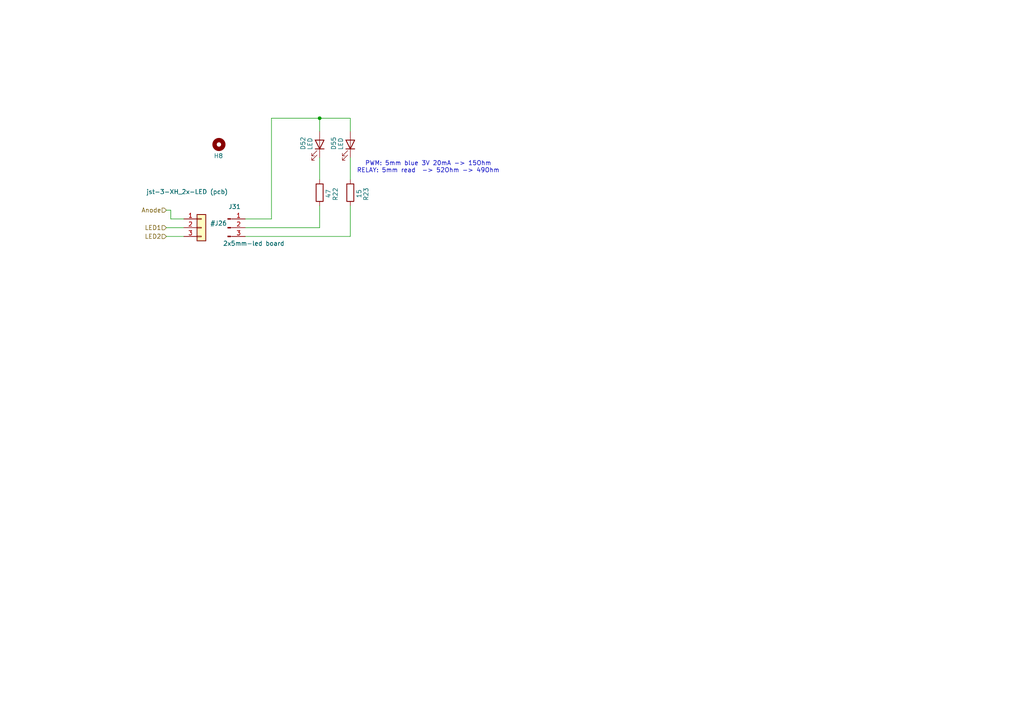
<source format=kicad_sch>
(kicad_sch (version 20231120) (generator "eeschema") (generator_version "8.0")
  (paper "A4")
  (lib_symbols
    (symbol "Connector:Conn_01x03_Pin" (pin_names (offset 1.016) hide)
      (property "Reference" "J" (at 0 5.08 0))
      (property "Value" "Conn_01x03_Pin" (at 0 -5.08 0))
      (symbol "Conn_01x03_Pin_1_1"
        (polyline (pts (xy 1.27 -2.54) (xy 0.8636 -2.54)) (stroke (width 0.1524)))
        (polyline (pts (xy 1.27 0) (xy 0.8636 0)) (stroke (width 0.1524)))
        (polyline (pts (xy 1.27 2.54) (xy 0.8636 2.54)) (stroke (width 0.1524)))
        (rectangle (start 0.8636 -2.413) (end 0 -2.667) (stroke (width 0.1524)) (fill (type outline)))
        (rectangle (start 0.8636 0.127) (end 0 -0.127) (stroke (width 0.1524)) (fill (type outline)))
        (rectangle (start 0.8636 2.667) (end 0 2.413) (stroke (width 0.1524)) (fill (type outline)))
        (pin passive line (at 5.08 2.54 180) (length 3.81) (name "Pin_1") (number "1"))
        (pin passive line (at 5.08 0 180) (length 3.81) (name "Pin_2") (number "2"))
        (pin passive line (at 5.08 -2.54 180) (length 3.81) (name "Pin_3") (number "3"))
      )
    )
    (symbol "Connector_Generic:Conn_01x03" (pin_names (offset 1.016) hide)
      (property "Reference" "J" (at 0 5.08 0))
      (property "Value" "Conn_01x03" (at 0 -5.08 0))
      (symbol "Conn_01x03_1_1"
        (rectangle (start -1.27 -2.413) (end 0 -2.667) (stroke (width 0.1524)))
        (rectangle (start -1.27 0.127) (end 0 -0.127) (stroke (width 0.1524)))
        (rectangle (start -1.27 2.667) (end 0 2.413) (stroke (width 0.1524)))
        (rectangle (start -1.27 3.81) (end 1.27 -3.81) (stroke (width 0.254)) (fill (type background)))
        (pin passive line (at -5.08 2.54 0) (length 3.81) (name "Pin_1") (number "1"))
        (pin passive line (at -5.08 0 0) (length 3.81) (name "Pin_2") (number "2"))
        (pin passive line (at -5.08 -2.54 0) (length 3.81) (name "Pin_3") (number "3"))
      )
    )
    (symbol "Device:LED" (pin_numbers hide) (pin_names (offset 1.016) hide)
      (property "Reference" "D" (at 0 2.54 0))
      (property "Value" "LED" (at 0 -2.54 0))
      (symbol "LED_0_1"
        (polyline (pts (xy -1.27 -1.27) (xy -1.27 1.27)) (stroke (width 0.254)))
        (polyline (pts (xy -1.27 0) (xy 1.27 0)))
        (polyline (pts (xy 1.27 -1.27) (xy 1.27 1.27) (xy -1.27 0) (xy 1.27 -1.27)) (stroke (width 0.254)))
        (polyline (pts (xy -3.048 -0.762) (xy -4.572 -2.286) (xy -3.81 -2.286) (xy -4.572 -2.286) (xy -4.572 -1.524)))
        (polyline (pts (xy -1.778 -0.762) (xy -3.302 -2.286) (xy -2.54 -2.286) (xy -3.302 -2.286) (xy -3.302 -1.524)))
      )
      (symbol "LED_1_1"
        (pin passive line (at -3.81 0 0) (length 2.54) (name "K") (number "1"))
        (pin passive line (at 3.81 0 180) (length 2.54) (name "A") (number "2"))
      )
    )
    (symbol "Device:R" (pin_numbers hide) (pin_names (offset 0))
      (property "Reference" "R" (at 2.032 0 90))
      (property "Value" "R" (at 0 0 90))
      (symbol "R_0_1"
        (rectangle (start -1.016 -2.54) (end 1.016 2.54) (stroke (width 0.254)))
      )
      (symbol "R_1_1"
        (pin passive line (at 0 3.81 270) (length 1.27) (name "~") (number "1"))
        (pin passive line (at 0 -3.81 90) (length 1.27) (name "~") (number "2"))
      )
    )
    (symbol "Mechanical:MountingHole" (pin_names (offset 1.016)) (exclude_from_sim yes) (in_bom no)
      (property "Reference" "H" (at 0 5.08 0))
      (property "Value" "MountingHole" (at 0 3.175 0))
      (symbol "MountingHole_0_1"
        (circle (center 0 0) (radius 1.27) (stroke (width 1.27)))
      )
    )
  )
  (junction (at 92.71 34.29))
  (wire (pts (xy 92.71 34.29) (xy 92.71 38.1)))
  (wire (pts (xy 48.26 60.96) (xy 49.53 60.96)))
  (wire (pts (xy 71.12 68.58) (xy 101.6 68.58)))
  (wire (pts (xy 71.12 66.04) (xy 92.71 66.04)))
  (wire (pts (xy 78.74 63.5) (xy 78.74 34.29)))
  (wire (pts (xy 101.6 45.72) (xy 101.6 52.07)))
  (wire (pts (xy 92.71 34.29) (xy 101.6 34.29)))
  (wire (pts (xy 49.53 60.96) (xy 49.53 63.5)))
  (wire (pts (xy 78.74 34.29) (xy 92.71 34.29)))
  (wire (pts (xy 101.6 34.29) (xy 101.6 38.1)))
  (wire (pts (xy 101.6 68.58) (xy 101.6 59.69)))
  (wire (pts (xy 71.12 63.5) (xy 78.74 63.5)))
  (wire (pts (xy 49.53 63.5) (xy 53.34 63.5)))
  (wire (pts (xy 92.71 66.04) (xy 92.71 59.69)))
  (wire (pts (xy 48.26 68.58) (xy 53.34 68.58)))
  (wire (pts (xy 92.71 45.72) (xy 92.71 52.07)))
  (wire (pts (xy 48.26 66.04) (xy 53.34 66.04)))
  (text "PWM: 5mm blue 3V 20mA -> 15Ohm\nRELAY: 5mm read  -> 52Ohm -> 49Ohm" (at 124.206 48.514 0) (effects (font (size 1.27 1.27))))
  (hierarchical_label "LED1" (shape input) (at 48.26 66.04 180))
  (hierarchical_label "LED2" (shape input) (at 48.26 68.58 180))
  (hierarchical_label "Anode" (shape input) (at 48.26 60.96 180))
  (symbol (lib_id "Device:LED") (at 92.71 41.91 270) (mirror x) (unit 1)
    (property "Reference" "D52" (at 87.884 39.624 0) (effects (justify right)))
    (property "Value" "LED" (at 89.916 39.878 0) (effects (justify right)))
    (property "Footprint" "LED_THT:LED_D5.0mm_IRGrey" (effects (hide yes)))
    (property "Datasheet" "https://www.conrad.de/de/p/quadrios-2111o156-led-bedrahtet-blau-rund-5-mm-1300-mcd-30-20-ma-3-v-2583897.html   https://www.conrad.de/de/p/vossloh-schwabe-wu-8-53hd-led-bedrahtet-rot-rund-5-mm-14-mcd-60-20-ma-2-25-v-184543.html" (effects (hide yes)))
    (property "Description" "Light emitting diode" (effects (hide yes)))
    (instances (project "pi-interface-board_v1.0" (path "" (reference "D52") (unit 1)) (path "" (reference "D34") (unit 1))))
  )
  (symbol (lib_id "Device:R") (at 92.71 55.88 0) (unit 1)
    (property "Reference" "R22" (at 97.282 54.356 90) (effects (justify right)))
    (property "Value" "47" (at 95.25 54.864 90) (effects (justify right)))
    (property "Footprint" "Resistor_THT:R_Axial_DIN0207_L6.3mm_D2.5mm_P10.16mm_Horizontal" (effects (hide yes)))
    (property "Datasheet" "sortiment" (effects (hide yes)))
    (property "Description" "Resistor" (effects (hide yes)))
    (instances (project "pi-interface-board_v1.0" (path "" (reference "R22") (unit 1)) (path "" (reference "R4") (unit 1))))
  )
  (symbol (lib_id "Connector:Conn_01x03_Pin") (at 66.04 66.04 0) (unit 1)
    (property "Reference" "J31" (at 69.85 59.944 0) (effects (justify right)))
    (property "Value" "2x5mm-led board" (at 82.55 70.612 0) (effects (justify right)))
    (property "Footprint" "Connector_PinHeader_2.54mm:PinHeader_1x03_P2.54mm_Vertical" (effects (hide yes)))
    (property "Description" "Generic connector, single row, 01x03, script generated" (effects (hide yes)))
    (instances (project "pi-interface-board_v1.0" (path "" (reference "J31") (unit 1)) (path "" (reference "J30") (unit 1))))
  )
  (symbol (lib_id "Connector_Generic:Conn_01x03") (at 58.42 66.04 0) (unit 1)
    (property "Reference" "#J26" (at 60.96 64.7699 0) (effects (justify left)))
    (property "Value" "jst-3-XH_2x-LED (pcb)" (at 42.418 55.626 0) (effects (justify left)))
    (property "Footprint" "Connector_JST:JST_XH_B3B-XH-A_1x03_P2.50mm_Vertical" (effects (hide yes)))
    (property "Datasheet" "https://www.ebay.de/itm/183466543983" (effects (hide yes)))
    (property "Description" "Generic connector, single row, 01x03, script generated (kicad-library-utils/schlib/autogen/connector/)" (effects (hide yes)))
    (instances (project "" (path "" (reference "#J26") (unit 1)) (path "" (reference "#J24") (unit 1))))
  )
  (symbol (lib_id "Device:LED") (at 101.6 41.91 270) (mirror x) (unit 1)
    (property "Reference" "D55" (at 96.774 39.624 0) (effects (justify right)))
    (property "Value" "LED" (at 98.806 39.878 0) (effects (justify right)))
    (property "Footprint" "LED_THT:LED_D5.0mm_IRGrey" (effects (hide yes)))
    (property "Datasheet" "https://www.conrad.de/de/p/quadrios-2111o156-led-bedrahtet-blau-rund-5-mm-1300-mcd-30-20-ma-3-v-2583897.html   https://www.conrad.de/de/p/vossloh-schwabe-wu-8-53hd-led-bedrahtet-rot-rund-5-mm-14-mcd-60-20-ma-2-25-v-184543.html" (effects (hide yes)))
    (property "Description" "Light emitting diode" (effects (hide yes)))
    (instances (project "pi-interface-board_v1.0" (path "" (reference "D55") (unit 1)) (path "" (reference "D45") (unit 1))))
  )
  (symbol (lib_id "Device:R") (at 101.6 55.88 0) (unit 1)
    (property "Reference" "R23" (at 106.172 54.356 90) (effects (justify right)))
    (property "Value" "15" (at 104.14 54.864 90) (effects (justify right)))
    (property "Footprint" "Resistor_THT:R_Axial_DIN0207_L6.3mm_D2.5mm_P10.16mm_Horizontal" (effects (hide yes)))
    (property "Datasheet" "https://www.reichelt.com/be/en/shop/product/metal_film_resistor_15_0_ohm-11521" (effects (hide yes)))
    (property "Description" "Resistor" (effects (hide yes)))
    (instances (project "pi-interface-board_v1.0" (path "" (reference "R23") (unit 1)) (path "" (reference "R14") (unit 1))))
  )
  (symbol (lib_id "Mechanical:MountingHole") (at 63.5 41.91 0) (unit 1) (exclude_from_sim yes) (in_bom no)
    (property "Reference" "H8" (at 61.976 45.212 0) (effects (justify left)))
    (property "Value" "MountingHole_LEDs-Analog" (effects (hide yes)))
    (property "Footprint" "MountingHole:MountingHole_2mm" (effects (hide yes)))
    (property "Description" "Mounting Hole without connection" (effects (hide yes)))
    (instances (project "pi-interface-board_v1.0" (path "" (reference "H8") (unit 1)) (path "" (reference "H7") (unit 1))))
  )
)
</source>
